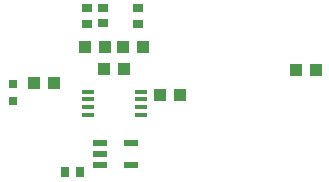
<source format=gbr>
G04 EAGLE Gerber RS-274X export*
G75*
%MOMM*%
%FSLAX34Y34*%
%LPD*%
%INSolderpaste Top*%
%IPPOS*%
%AMOC8*
5,1,8,0,0,1.08239X$1,22.5*%
G01*
%ADD10R,0.800000X0.800000*%
%ADD11R,1.000000X1.100000*%
%ADD12R,0.900000X0.700000*%
%ADD13R,1.000000X0.450000*%
%ADD14R,1.270000X0.600000*%
%ADD15R,1.100000X1.000000*%
%ADD16R,0.700000X0.900000*%


D10*
X46200Y127020D03*
X46200Y112020D03*
D11*
X285813Y138570D03*
X302813Y138570D03*
X64370Y127520D03*
X81370Y127520D03*
D12*
X109044Y177916D03*
X109044Y190916D03*
D13*
X110460Y120386D03*
X110460Y113886D03*
X110460Y107386D03*
X110460Y100886D03*
X155350Y100886D03*
X155350Y107386D03*
X155350Y113886D03*
X155350Y120386D03*
D14*
X120188Y77212D03*
X120188Y67712D03*
X120188Y58212D03*
X146188Y58212D03*
X146188Y77212D03*
D15*
X124498Y158340D03*
X107498Y158340D03*
X140698Y139446D03*
X123698Y139446D03*
X170612Y117478D03*
X187612Y117478D03*
D16*
X103248Y51966D03*
X90248Y51966D03*
D12*
X152654Y190724D03*
X152654Y177724D03*
X122490Y191144D03*
X122490Y178144D03*
D15*
X156658Y158400D03*
X139658Y158400D03*
M02*

</source>
